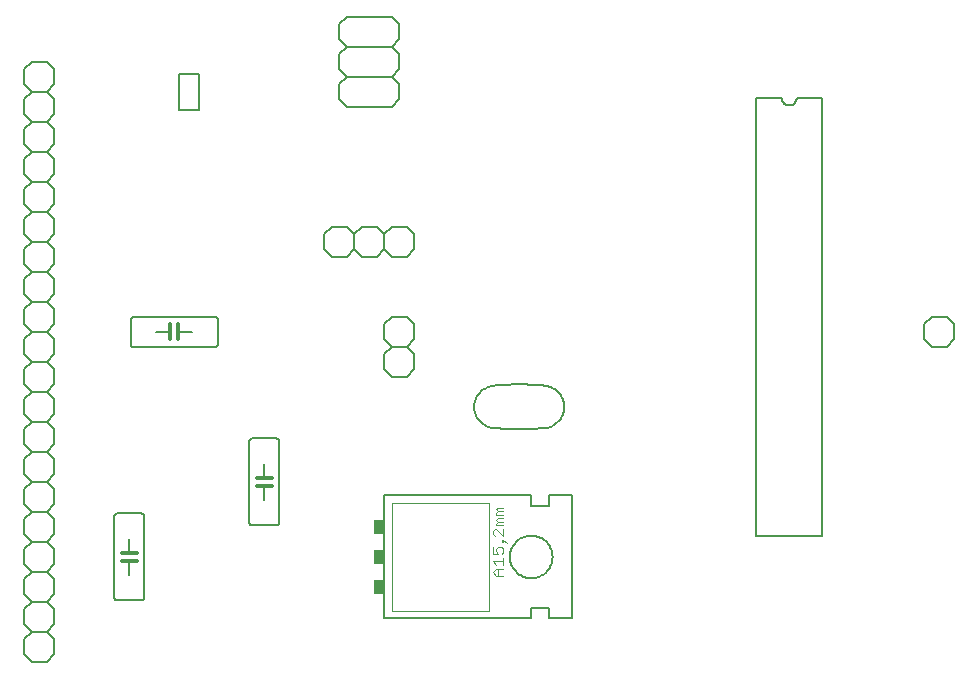
<source format=gto>
G75*
%MOIN*%
%OFA0B0*%
%FSLAX24Y24*%
%IPPOS*%
%LPD*%
%AMOC8*
5,1,8,0,0,1.08239X$1,22.5*
%
%ADD10C,0.0060*%
%ADD11C,0.0080*%
%ADD12C,0.0120*%
%ADD13C,0.0020*%
%ADD14C,0.0040*%
%ADD15R,0.0350X0.0500*%
D10*
X007600Y005850D02*
X007850Y005600D01*
X008350Y005600D01*
X008600Y005850D01*
X008600Y006350D01*
X008350Y006600D01*
X008600Y006850D01*
X008600Y007350D01*
X008350Y007600D01*
X007850Y007600D01*
X007600Y007350D01*
X007600Y006850D01*
X007850Y006600D01*
X008350Y006600D01*
X007850Y006600D02*
X007600Y006350D01*
X007600Y005850D01*
X007850Y007600D02*
X007600Y007850D01*
X007600Y008350D01*
X007850Y008600D01*
X007600Y008850D01*
X007600Y009350D01*
X007850Y009600D01*
X007600Y009850D01*
X007600Y010350D01*
X007850Y010600D01*
X008350Y010600D01*
X008600Y010350D01*
X008600Y009850D01*
X008350Y009600D01*
X008600Y009350D01*
X008600Y008850D01*
X008350Y008600D01*
X008600Y008350D01*
X008600Y007850D01*
X008350Y007600D01*
X008350Y008600D02*
X007850Y008600D01*
X007850Y009600D02*
X008350Y009600D01*
X008350Y010600D02*
X008600Y010850D01*
X008600Y011350D01*
X008350Y011600D01*
X008600Y011850D01*
X008600Y012350D01*
X008350Y012600D01*
X008600Y012850D01*
X008600Y013350D01*
X008350Y013600D01*
X007850Y013600D01*
X007600Y013350D01*
X007600Y012850D01*
X007850Y012600D01*
X008350Y012600D01*
X007850Y012600D02*
X007600Y012350D01*
X007600Y011850D01*
X007850Y011600D01*
X008350Y011600D01*
X007850Y011600D02*
X007600Y011350D01*
X007600Y010850D01*
X007850Y010600D01*
X010600Y010450D02*
X010600Y007750D01*
X010602Y007733D01*
X010606Y007716D01*
X010613Y007700D01*
X010623Y007686D01*
X010636Y007673D01*
X010650Y007663D01*
X010666Y007656D01*
X010683Y007652D01*
X010700Y007650D01*
X011500Y007650D01*
X011517Y007652D01*
X011534Y007656D01*
X011550Y007663D01*
X011564Y007673D01*
X011577Y007686D01*
X011587Y007700D01*
X011594Y007716D01*
X011598Y007733D01*
X011600Y007750D01*
X011600Y010450D01*
X011598Y010467D01*
X011594Y010484D01*
X011587Y010500D01*
X011577Y010514D01*
X011564Y010527D01*
X011550Y010537D01*
X011534Y010544D01*
X011517Y010548D01*
X011500Y010550D01*
X010700Y010550D01*
X010683Y010548D01*
X010666Y010544D01*
X010650Y010537D01*
X010636Y010527D01*
X010623Y010514D01*
X010613Y010500D01*
X010606Y010484D01*
X010602Y010467D01*
X010600Y010450D01*
X011100Y009700D02*
X011100Y009230D01*
X011100Y008980D02*
X011100Y008500D01*
X015100Y010250D02*
X015100Y012950D01*
X015102Y012967D01*
X015106Y012984D01*
X015113Y013000D01*
X015123Y013014D01*
X015136Y013027D01*
X015150Y013037D01*
X015166Y013044D01*
X015183Y013048D01*
X015200Y013050D01*
X016000Y013050D01*
X016017Y013048D01*
X016034Y013044D01*
X016050Y013037D01*
X016064Y013027D01*
X016077Y013014D01*
X016087Y013000D01*
X016094Y012984D01*
X016098Y012967D01*
X016100Y012950D01*
X016100Y010250D01*
X016098Y010233D01*
X016094Y010216D01*
X016087Y010200D01*
X016077Y010186D01*
X016064Y010173D01*
X016050Y010163D01*
X016034Y010156D01*
X016017Y010152D01*
X016000Y010150D01*
X015200Y010150D01*
X015183Y010152D01*
X015166Y010156D01*
X015150Y010163D01*
X015136Y010173D01*
X015123Y010186D01*
X015113Y010200D01*
X015106Y010216D01*
X015102Y010233D01*
X015100Y010250D01*
X015600Y011000D02*
X015600Y011480D01*
X015600Y011730D02*
X015600Y012200D01*
X019600Y011150D02*
X024500Y011150D01*
X024500Y010800D01*
X025100Y010800D01*
X025100Y011150D01*
X025850Y011150D01*
X025850Y007050D01*
X025100Y007050D01*
X025100Y007400D01*
X024500Y007400D01*
X024500Y007050D01*
X019600Y007050D01*
X019600Y011150D01*
X019850Y015100D02*
X019600Y015350D01*
X019600Y015850D01*
X019850Y016100D01*
X019600Y016350D01*
X019600Y016850D01*
X019850Y017100D01*
X020350Y017100D01*
X020600Y016850D01*
X020600Y016350D01*
X020350Y016100D01*
X020600Y015850D01*
X020600Y015350D01*
X020350Y015100D01*
X019850Y015100D01*
X019850Y016100D02*
X020350Y016100D01*
X020350Y019100D02*
X019850Y019100D01*
X019600Y019350D01*
X019350Y019100D01*
X018850Y019100D01*
X018600Y019350D01*
X018350Y019100D01*
X017850Y019100D01*
X017600Y019350D01*
X017600Y019850D01*
X017850Y020100D01*
X018350Y020100D01*
X018600Y019850D01*
X018850Y020100D01*
X019350Y020100D01*
X019600Y019850D01*
X019850Y020100D01*
X020350Y020100D01*
X020600Y019850D01*
X020600Y019350D01*
X020350Y019100D01*
X019600Y019350D02*
X019600Y019850D01*
X018600Y019850D02*
X018600Y019350D01*
X014050Y017000D02*
X014050Y016200D01*
X014048Y016183D01*
X014044Y016166D01*
X014037Y016150D01*
X014027Y016136D01*
X014014Y016123D01*
X014000Y016113D01*
X013984Y016106D01*
X013967Y016102D01*
X013950Y016100D01*
X011250Y016100D01*
X011233Y016102D01*
X011216Y016106D01*
X011200Y016113D01*
X011186Y016123D01*
X011173Y016136D01*
X011163Y016150D01*
X011156Y016166D01*
X011152Y016183D01*
X011150Y016200D01*
X011150Y017000D01*
X011152Y017017D01*
X011156Y017034D01*
X011163Y017050D01*
X011173Y017064D01*
X011186Y017077D01*
X011200Y017087D01*
X011216Y017094D01*
X011233Y017098D01*
X011250Y017100D01*
X013950Y017100D01*
X013967Y017098D01*
X013984Y017094D01*
X014000Y017087D01*
X014014Y017077D01*
X014027Y017064D01*
X014037Y017050D01*
X014044Y017034D01*
X014048Y017017D01*
X014050Y017000D01*
X013200Y016600D02*
X012720Y016600D01*
X012470Y016600D02*
X012000Y016600D01*
X008600Y016350D02*
X008600Y015850D01*
X008350Y015600D01*
X008600Y015350D01*
X008600Y014850D01*
X008350Y014600D01*
X008600Y014350D01*
X008600Y013850D01*
X008350Y013600D01*
X007850Y013600D02*
X007600Y013850D01*
X007600Y014350D01*
X007850Y014600D01*
X007600Y014850D01*
X007600Y015350D01*
X007850Y015600D01*
X007600Y015850D01*
X007600Y016350D01*
X007850Y016600D01*
X008350Y016600D01*
X008600Y016350D01*
X008350Y016600D02*
X008600Y016850D01*
X008600Y017350D01*
X008350Y017600D01*
X008600Y017850D01*
X008600Y018350D01*
X008350Y018600D01*
X008600Y018850D01*
X008600Y019350D01*
X008350Y019600D01*
X007850Y019600D01*
X007600Y019350D01*
X007600Y018850D01*
X007850Y018600D01*
X008350Y018600D01*
X007850Y018600D02*
X007600Y018350D01*
X007600Y017850D01*
X007850Y017600D01*
X008350Y017600D01*
X007850Y017600D02*
X007600Y017350D01*
X007600Y016850D01*
X007850Y016600D01*
X007850Y015600D02*
X008350Y015600D01*
X008350Y014600D02*
X007850Y014600D01*
X007850Y019600D02*
X007600Y019850D01*
X007600Y020350D01*
X007850Y020600D01*
X007600Y020850D01*
X007600Y021350D01*
X007850Y021600D01*
X007600Y021850D01*
X007600Y022350D01*
X007850Y022600D01*
X008350Y022600D01*
X008600Y022350D01*
X008600Y021850D01*
X008350Y021600D01*
X008600Y021350D01*
X008600Y020850D01*
X008350Y020600D01*
X008600Y020350D01*
X008600Y019850D01*
X008350Y019600D01*
X008350Y020600D02*
X007850Y020600D01*
X007850Y021600D02*
X008350Y021600D01*
X008350Y022600D02*
X008600Y022850D01*
X008600Y023350D01*
X008350Y023600D01*
X008600Y023850D01*
X008600Y024350D01*
X008350Y024600D01*
X008600Y024850D01*
X008600Y025350D01*
X008350Y025600D01*
X007850Y025600D01*
X007600Y025350D01*
X007600Y024850D01*
X007850Y024600D01*
X008350Y024600D01*
X007850Y024600D02*
X007600Y024350D01*
X007600Y023850D01*
X007850Y023600D01*
X008350Y023600D01*
X007850Y023600D02*
X007600Y023350D01*
X007600Y022850D01*
X007850Y022600D01*
X018100Y024350D02*
X018100Y024850D01*
X018350Y025100D01*
X019850Y025100D01*
X020100Y024850D01*
X020100Y024350D01*
X019850Y024100D01*
X018350Y024100D01*
X018100Y024350D01*
X018350Y025100D02*
X018100Y025350D01*
X018100Y025850D01*
X018350Y026100D01*
X019850Y026100D01*
X020100Y025850D01*
X020100Y025350D01*
X019850Y025100D01*
X019850Y026100D02*
X020100Y026350D01*
X020100Y026850D01*
X019850Y027100D01*
X018350Y027100D01*
X018100Y026850D01*
X018100Y026350D01*
X018350Y026100D01*
X032000Y024400D02*
X032000Y009800D01*
X034200Y009800D01*
X034200Y024400D01*
X033350Y024400D01*
X033348Y024370D01*
X033343Y024340D01*
X033334Y024311D01*
X033321Y024284D01*
X033306Y024258D01*
X033287Y024234D01*
X033266Y024213D01*
X033242Y024194D01*
X033216Y024179D01*
X033189Y024166D01*
X033160Y024157D01*
X033130Y024152D01*
X033100Y024150D01*
X033070Y024152D01*
X033040Y024157D01*
X033011Y024166D01*
X032984Y024179D01*
X032958Y024194D01*
X032934Y024213D01*
X032913Y024234D01*
X032894Y024258D01*
X032879Y024284D01*
X032866Y024311D01*
X032857Y024340D01*
X032852Y024370D01*
X032850Y024400D01*
X032000Y024400D01*
X037850Y017100D02*
X037600Y016850D01*
X037600Y016350D01*
X037850Y016100D01*
X038350Y016100D01*
X038600Y016350D01*
X038600Y016850D01*
X038350Y017100D01*
X037850Y017100D01*
X023790Y009100D02*
X023792Y009153D01*
X023798Y009206D01*
X023808Y009258D01*
X023822Y009309D01*
X023839Y009359D01*
X023860Y009408D01*
X023885Y009455D01*
X023913Y009500D01*
X023945Y009543D01*
X023980Y009583D01*
X024017Y009620D01*
X024057Y009655D01*
X024100Y009687D01*
X024145Y009715D01*
X024192Y009740D01*
X024241Y009761D01*
X024291Y009778D01*
X024342Y009792D01*
X024394Y009802D01*
X024447Y009808D01*
X024500Y009810D01*
X024553Y009808D01*
X024606Y009802D01*
X024658Y009792D01*
X024709Y009778D01*
X024759Y009761D01*
X024808Y009740D01*
X024855Y009715D01*
X024900Y009687D01*
X024943Y009655D01*
X024983Y009620D01*
X025020Y009583D01*
X025055Y009543D01*
X025087Y009500D01*
X025115Y009455D01*
X025140Y009408D01*
X025161Y009359D01*
X025178Y009309D01*
X025192Y009258D01*
X025202Y009206D01*
X025208Y009153D01*
X025210Y009100D01*
X025208Y009047D01*
X025202Y008994D01*
X025192Y008942D01*
X025178Y008891D01*
X025161Y008841D01*
X025140Y008792D01*
X025115Y008745D01*
X025087Y008700D01*
X025055Y008657D01*
X025020Y008617D01*
X024983Y008580D01*
X024943Y008545D01*
X024900Y008513D01*
X024855Y008485D01*
X024808Y008460D01*
X024759Y008439D01*
X024709Y008422D01*
X024658Y008408D01*
X024606Y008398D01*
X024553Y008392D01*
X024500Y008390D01*
X024447Y008392D01*
X024394Y008398D01*
X024342Y008408D01*
X024291Y008422D01*
X024241Y008439D01*
X024192Y008460D01*
X024145Y008485D01*
X024100Y008513D01*
X024057Y008545D01*
X024017Y008580D01*
X023980Y008617D01*
X023945Y008657D01*
X023913Y008700D01*
X023885Y008745D01*
X023860Y008792D01*
X023839Y008841D01*
X023822Y008891D01*
X023808Y008942D01*
X023798Y008994D01*
X023792Y009047D01*
X023790Y009100D01*
D11*
X023200Y014800D02*
X023379Y014818D01*
X023559Y014832D01*
X023739Y014842D01*
X023920Y014848D01*
X024100Y014850D01*
X024280Y014848D01*
X024461Y014842D01*
X024641Y014832D01*
X024821Y014818D01*
X025000Y014800D01*
X025052Y014790D01*
X025103Y014776D01*
X025153Y014758D01*
X025201Y014737D01*
X025248Y014712D01*
X025292Y014684D01*
X025335Y014652D01*
X025375Y014618D01*
X025412Y014580D01*
X025446Y014540D01*
X025478Y014498D01*
X025506Y014453D01*
X025530Y014406D01*
X025551Y014358D01*
X025569Y014308D01*
X025582Y014257D01*
X025592Y014205D01*
X025598Y014153D01*
X025600Y014100D01*
X025598Y014047D01*
X025592Y013995D01*
X025582Y013943D01*
X025569Y013892D01*
X025551Y013842D01*
X025530Y013794D01*
X025506Y013747D01*
X025478Y013702D01*
X025446Y013660D01*
X025412Y013620D01*
X025375Y013582D01*
X025335Y013548D01*
X025292Y013516D01*
X025248Y013488D01*
X025201Y013463D01*
X025153Y013442D01*
X025103Y013424D01*
X025052Y013410D01*
X025000Y013400D01*
X023200Y013400D02*
X023148Y013410D01*
X023097Y013424D01*
X023047Y013442D01*
X022999Y013463D01*
X022952Y013488D01*
X022908Y013516D01*
X022865Y013548D01*
X022825Y013582D01*
X022788Y013620D01*
X022754Y013660D01*
X022722Y013702D01*
X022694Y013747D01*
X022670Y013794D01*
X022649Y013842D01*
X022631Y013892D01*
X022618Y013943D01*
X022608Y013995D01*
X022602Y014047D01*
X022600Y014100D01*
X022602Y014153D01*
X022608Y014205D01*
X022618Y014257D01*
X022631Y014308D01*
X022649Y014358D01*
X022670Y014406D01*
X022694Y014453D01*
X022722Y014498D01*
X022754Y014540D01*
X022788Y014580D01*
X022825Y014618D01*
X022865Y014652D01*
X022908Y014684D01*
X022952Y014712D01*
X022999Y014737D01*
X023047Y014758D01*
X023097Y014776D01*
X023148Y014790D01*
X023200Y014800D01*
X023200Y013400D02*
X023379Y013382D01*
X023559Y013368D01*
X023739Y013358D01*
X023920Y013352D01*
X024100Y013350D01*
X024280Y013352D01*
X024461Y013358D01*
X024641Y013368D01*
X024821Y013382D01*
X025000Y013400D01*
X013435Y023990D02*
X012765Y023990D01*
X012765Y025210D01*
X013435Y025210D01*
X013435Y023990D01*
D12*
X012720Y016850D02*
X012720Y016600D01*
X012720Y016350D01*
X012470Y016350D02*
X012470Y016600D01*
X012470Y016850D01*
X015350Y011730D02*
X015600Y011730D01*
X015850Y011730D01*
X015850Y011480D02*
X015600Y011480D01*
X015350Y011480D01*
X011350Y009230D02*
X011100Y009230D01*
X010850Y009230D01*
X010850Y008980D02*
X011100Y008980D01*
X011350Y008980D01*
D13*
X019850Y007300D02*
X023100Y007300D01*
X023100Y010900D01*
X019850Y010900D01*
X019850Y007300D01*
D14*
X023220Y008593D02*
X023336Y008476D01*
X023570Y008476D01*
X023395Y008476D02*
X023395Y008709D01*
X023336Y008709D02*
X023570Y008709D01*
X023570Y008835D02*
X023570Y009069D01*
X023570Y008952D02*
X023220Y008952D01*
X023336Y008835D01*
X023336Y008709D02*
X023220Y008593D01*
X023220Y009194D02*
X023395Y009194D01*
X023336Y009311D01*
X023336Y009369D01*
X023395Y009428D01*
X023512Y009428D01*
X023570Y009369D01*
X023570Y009253D01*
X023512Y009194D01*
X023220Y009194D02*
X023220Y009428D01*
X023512Y009612D02*
X023570Y009612D01*
X023570Y009670D01*
X023512Y009670D01*
X023512Y009612D01*
X023570Y009670D02*
X023687Y009553D01*
X023570Y009793D02*
X023336Y010026D01*
X023278Y010026D01*
X023220Y009968D01*
X023220Y009851D01*
X023278Y009793D01*
X023570Y009793D02*
X023570Y010026D01*
X023570Y010152D02*
X023336Y010152D01*
X023336Y010210D01*
X023395Y010269D01*
X023336Y010327D01*
X023395Y010385D01*
X023570Y010385D01*
X023570Y010269D02*
X023395Y010269D01*
X023336Y010511D02*
X023336Y010569D01*
X023395Y010628D01*
X023336Y010686D01*
X023395Y010744D01*
X023570Y010744D01*
X023570Y010628D02*
X023395Y010628D01*
X023336Y010511D02*
X023570Y010511D01*
D15*
X019425Y010100D03*
X019425Y009100D03*
X019425Y008100D03*
M02*

</source>
